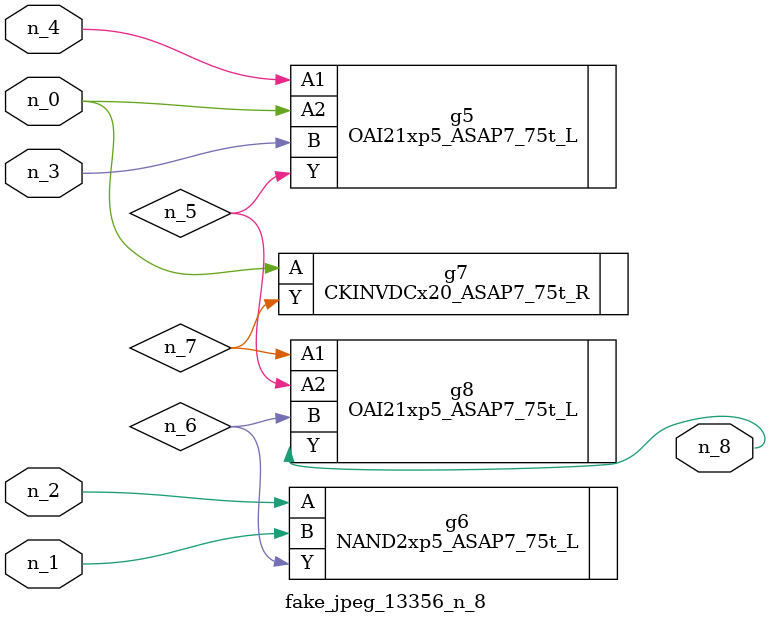
<source format=v>
module fake_jpeg_13356_n_8 (n_3, n_2, n_1, n_0, n_4, n_8);

input n_3;
input n_2;
input n_1;
input n_0;
input n_4;

output n_8;

wire n_6;
wire n_5;
wire n_7;

OAI21xp5_ASAP7_75t_L g5 ( 
.A1(n_4),
.A2(n_0),
.B(n_3),
.Y(n_5)
);

NAND2xp5_ASAP7_75t_L g6 ( 
.A(n_2),
.B(n_1),
.Y(n_6)
);

CKINVDCx20_ASAP7_75t_R g7 ( 
.A(n_0),
.Y(n_7)
);

OAI21xp5_ASAP7_75t_L g8 ( 
.A1(n_7),
.A2(n_5),
.B(n_6),
.Y(n_8)
);


endmodule
</source>
